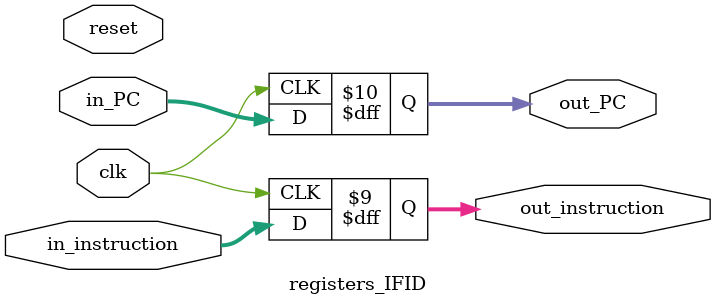
<source format=sv>
module registers_IFID(
    input clk,
    input reset,
    input [31:0] in_instruction,
    input [31:0] in_PC,

    output reg [31:0] out_instruction,
    output reg [31:0] out_PC
);

    initial begin
        out_PC = 0;
        out_instruction = 0;
    end

    always @(posedge clk) begin
        if (reset) begin
            out_instruction = 0;
            out_PC = 0;
        end
        out_PC <= in_PC;
        out_instruction <= in_instruction;
    end

endmodule

</source>
